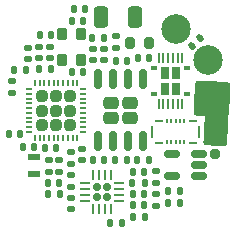
<source format=gbp>
G04 #@! TF.GenerationSoftware,KiCad,Pcbnew,(7.0.0-0)*
G04 #@! TF.CreationDate,2024-01-26T00:14:48+08:00*
G04 #@! TF.ProjectId,Revolute,5265766f-6c75-4746-952e-6b696361645f,rev?*
G04 #@! TF.SameCoordinates,Original*
G04 #@! TF.FileFunction,Paste,Bot*
G04 #@! TF.FilePolarity,Positive*
%FSLAX46Y46*%
G04 Gerber Fmt 4.6, Leading zero omitted, Abs format (unit mm)*
G04 Created by KiCad (PCBNEW (7.0.0-0)) date 2024-01-26 00:14:48*
%MOMM*%
%LPD*%
G01*
G04 APERTURE LIST*
G04 Aperture macros list*
%AMRoundRect*
0 Rectangle with rounded corners*
0 $1 Rounding radius*
0 $2 $3 $4 $5 $6 $7 $8 $9 X,Y pos of 4 corners*
0 Add a 4 corners polygon primitive as box body*
4,1,4,$2,$3,$4,$5,$6,$7,$8,$9,$2,$3,0*
0 Add four circle primitives for the rounded corners*
1,1,$1+$1,$2,$3*
1,1,$1+$1,$4,$5*
1,1,$1+$1,$6,$7*
1,1,$1+$1,$8,$9*
0 Add four rect primitives between the rounded corners*
20,1,$1+$1,$2,$3,$4,$5,0*
20,1,$1+$1,$4,$5,$6,$7,0*
20,1,$1+$1,$6,$7,$8,$9,0*
20,1,$1+$1,$8,$9,$2,$3,0*%
G04 Aperture macros list end*
%ADD10RoundRect,0.200000X0.200000X-0.200000X0.200000X0.200000X-0.200000X0.200000X-0.200000X-0.200000X0*%
%ADD11RoundRect,0.200000X0.730867X-1.340087X0.866940X1.256350X-0.730867X1.340087X-0.866940X-1.256350X0*%
%ADD12RoundRect,0.300000X1.135552X-1.261159X1.261159X1.135552X-1.135552X1.261159X-1.261159X-1.135552X0*%
%ADD13RoundRect,0.140000X0.021213X-0.219203X0.219203X-0.021213X-0.021213X0.219203X-0.219203X0.021213X0*%
%ADD14RoundRect,0.140000X0.140000X0.170000X-0.140000X0.170000X-0.140000X-0.170000X0.140000X-0.170000X0*%
%ADD15C,2.500000*%
%ADD16RoundRect,0.147500X-0.147500X-0.172500X0.147500X-0.172500X0.147500X0.172500X-0.147500X0.172500X0*%
%ADD17RoundRect,0.135000X-0.185000X0.135000X-0.185000X-0.135000X0.185000X-0.135000X0.185000X0.135000X0*%
%ADD18RoundRect,0.200000X-0.200000X-0.275000X0.200000X-0.275000X0.200000X0.275000X-0.200000X0.275000X0*%
%ADD19RoundRect,0.147500X-0.172500X0.147500X-0.172500X-0.147500X0.172500X-0.147500X0.172500X0.147500X0*%
%ADD20RoundRect,0.250000X-0.350000X-0.650000X0.350000X-0.650000X0.350000X0.650000X-0.350000X0.650000X0*%
%ADD21RoundRect,0.147500X0.172500X-0.147500X0.172500X0.147500X-0.172500X0.147500X-0.172500X-0.147500X0*%
%ADD22RoundRect,0.140000X-0.140000X-0.170000X0.140000X-0.170000X0.140000X0.170000X-0.140000X0.170000X0*%
%ADD23R,0.180000X0.325000*%
%ADD24R,0.750000X0.235000*%
%ADD25R,0.215000X1.040000*%
%ADD26RoundRect,0.140000X-0.170000X0.140000X-0.170000X-0.140000X0.170000X-0.140000X0.170000X0.140000X0*%
%ADD27RoundRect,0.160000X0.160000X-0.160000X0.160000X0.160000X-0.160000X0.160000X-0.160000X-0.160000X0*%
%ADD28RoundRect,0.062500X0.062500X-0.375000X0.062500X0.375000X-0.062500X0.375000X-0.062500X-0.375000X0*%
%ADD29RoundRect,0.062500X0.375000X-0.062500X0.375000X0.062500X-0.375000X0.062500X-0.375000X-0.062500X0*%
%ADD30RoundRect,0.150000X0.300000X-0.350000X0.300000X0.350000X-0.300000X0.350000X-0.300000X-0.350000X0*%
%ADD31R,1.100000X0.600000*%
%ADD32RoundRect,0.135000X0.135000X0.185000X-0.135000X0.185000X-0.135000X-0.185000X0.135000X-0.185000X0*%
%ADD33RoundRect,0.140000X0.170000X-0.140000X0.170000X0.140000X-0.170000X0.140000X-0.170000X-0.140000X0*%
%ADD34RoundRect,0.135000X-0.135000X-0.185000X0.135000X-0.185000X0.135000X0.185000X-0.135000X0.185000X0*%
%ADD35RoundRect,0.242500X0.242500X-0.242500X0.242500X0.242500X-0.242500X0.242500X-0.242500X-0.242500X0*%
%ADD36RoundRect,0.062500X0.062500X-0.212500X0.062500X0.212500X-0.062500X0.212500X-0.062500X-0.212500X0*%
%ADD37RoundRect,0.062500X0.212500X-0.062500X0.212500X0.062500X-0.212500X0.062500X-0.212500X-0.062500X0*%
%ADD38RoundRect,0.135000X0.185000X-0.135000X0.185000X0.135000X-0.185000X0.135000X-0.185000X-0.135000X0*%
%ADD39RoundRect,0.147500X0.147500X0.172500X-0.147500X0.172500X-0.147500X-0.172500X0.147500X-0.172500X0*%
%ADD40RoundRect,0.250000X-0.395000X0.255000X-0.395000X-0.255000X0.395000X-0.255000X0.395000X0.255000X0*%
%ADD41RoundRect,0.150000X-0.150000X0.662500X-0.150000X-0.662500X0.150000X-0.662500X0.150000X0.662500X0*%
%ADD42RoundRect,0.150000X0.512500X0.150000X-0.512500X0.150000X-0.512500X-0.150000X0.512500X-0.150000X0*%
%ADD43R,0.200000X0.200000*%
%ADD44O,0.200000X0.850000*%
%ADD45R,0.575000X0.400000*%
%ADD46R,0.775000X1.100000*%
G04 APERTURE END LIST*
D10*
X179050000Y-98675000D03*
D11*
X179121196Y-96534972D03*
D12*
X178755903Y-94012005D03*
D13*
X177071178Y-89553822D03*
X177750000Y-88875000D03*
D14*
X165574341Y-98181217D03*
X164614341Y-98181217D03*
X176055000Y-102825000D03*
X175095000Y-102825000D03*
D15*
X178450000Y-90750000D03*
D16*
X167065000Y-86450000D03*
X168035000Y-86450000D03*
D17*
X166880000Y-100510000D03*
X166880000Y-101530000D03*
D18*
X171825000Y-89300000D03*
X173475000Y-89300000D03*
D19*
X170650000Y-88715000D03*
X170650000Y-89685000D03*
D20*
X169375000Y-87075000D03*
X172275000Y-87075000D03*
D21*
X164150000Y-90576909D03*
X164150000Y-89606909D03*
D22*
X164870000Y-101120000D03*
X165830000Y-101120000D03*
D14*
X171580000Y-90800000D03*
X170620000Y-90800000D03*
D21*
X166830000Y-99540000D03*
X166830000Y-98570000D03*
D23*
X174999999Y-95937499D03*
X175349999Y-95937499D03*
X175699999Y-95937499D03*
X176049999Y-95937499D03*
X176399999Y-95937499D03*
X174999999Y-97712499D03*
X175349999Y-97712499D03*
X175699999Y-97712499D03*
X176049999Y-97712499D03*
X176399999Y-97712499D03*
D24*
X174264999Y-95892499D03*
D25*
X173684999Y-96824999D03*
D24*
X174264999Y-97757499D03*
X177134999Y-95892499D03*
D25*
X177714999Y-96824999D03*
D24*
X177134999Y-97757499D03*
D22*
X166920000Y-87450000D03*
X167880000Y-87450000D03*
D26*
X165100000Y-89620000D03*
X165100000Y-90580000D03*
X164940000Y-99240000D03*
X164940000Y-100200000D03*
D19*
X167780000Y-98270000D03*
X167780000Y-99240000D03*
D27*
X169080000Y-102320000D03*
X169880000Y-102320000D03*
X169080000Y-101520000D03*
X169880000Y-101520000D03*
D28*
X170230000Y-103357500D03*
X169730000Y-103357500D03*
X169230000Y-103357500D03*
X168730000Y-103357500D03*
D29*
X168042500Y-102670000D03*
X168042500Y-102170000D03*
X168042500Y-101670000D03*
X168042500Y-101170000D03*
D28*
X168730000Y-100482500D03*
X169230000Y-100482500D03*
X169730000Y-100482500D03*
X170230000Y-100482500D03*
D29*
X170917500Y-101170000D03*
X170917500Y-101670000D03*
X170917500Y-102170000D03*
X170917500Y-102670000D03*
D30*
X166100000Y-90720000D03*
X166100000Y-88520000D03*
X167700000Y-88520000D03*
X167700000Y-90720000D03*
D31*
X163752003Y-100380375D03*
X163752003Y-98980375D03*
D17*
X174011227Y-100156601D03*
X174011227Y-101176601D03*
D26*
X169650000Y-89820000D03*
X169650000Y-90780000D03*
D32*
X173490000Y-99190000D03*
X172470000Y-99190000D03*
D14*
X163698572Y-98148521D03*
X162738572Y-98148521D03*
D22*
X166900078Y-91799010D03*
X167860078Y-91799010D03*
D33*
X168700000Y-90780000D03*
X168700000Y-89820000D03*
D14*
X165159810Y-88628342D03*
X164199810Y-88628342D03*
D15*
X175750000Y-88100000D03*
D34*
X172085453Y-104031759D03*
X173105453Y-104031759D03*
D22*
X164920000Y-102120000D03*
X165880000Y-102120000D03*
X172070000Y-102070000D03*
X173030000Y-102070000D03*
D35*
X164380000Y-96220000D03*
X165580000Y-96220000D03*
X166780000Y-96220000D03*
X164380000Y-95020000D03*
X165580000Y-95020000D03*
X166780000Y-95020000D03*
X164380000Y-93820000D03*
X165580000Y-93820000D03*
X166780000Y-93820000D03*
D36*
X167380000Y-97320000D03*
X166980000Y-97320000D03*
X166580000Y-97320000D03*
X166180000Y-97320000D03*
X165780000Y-97320000D03*
X165380000Y-97320000D03*
X164980000Y-97320000D03*
X164580000Y-97320000D03*
X164180000Y-97320000D03*
X163780000Y-97320000D03*
D37*
X163280000Y-96820000D03*
X163280000Y-96420000D03*
X163280000Y-96020000D03*
X163280000Y-95620000D03*
X163280000Y-95220000D03*
X163280000Y-94820000D03*
X163280000Y-94420000D03*
X163280000Y-94020000D03*
X163280000Y-93620000D03*
X163280000Y-93220000D03*
D36*
X163780000Y-92720000D03*
X164180000Y-92720000D03*
X164580000Y-92720000D03*
X164980000Y-92720000D03*
X165380000Y-92720000D03*
X165780000Y-92720000D03*
X166180000Y-92720000D03*
X166580000Y-92720000D03*
X166980000Y-92720000D03*
X167380000Y-92720000D03*
D37*
X167880000Y-93220000D03*
X167880000Y-93620000D03*
X167880000Y-94020000D03*
X167880000Y-94420000D03*
X167880000Y-94820000D03*
X167880000Y-95220000D03*
X167880000Y-95620000D03*
X167880000Y-96020000D03*
X167880000Y-96420000D03*
X167880000Y-96820000D03*
D22*
X172070000Y-103020000D03*
X173030000Y-103020000D03*
D26*
X165864166Y-99240000D03*
X165864166Y-100200000D03*
D38*
X174001959Y-103078670D03*
X174001959Y-102058670D03*
D34*
X172050000Y-101140000D03*
X173070000Y-101140000D03*
D14*
X165130000Y-91500000D03*
X164170000Y-91500000D03*
D22*
X172500000Y-90575000D03*
X173460000Y-90575000D03*
D33*
X161870000Y-93510000D03*
X161870000Y-92550000D03*
D39*
X173055000Y-100190000D03*
X172085000Y-100190000D03*
D32*
X171570000Y-99180000D03*
X170550000Y-99180000D03*
D26*
X166830000Y-102440000D03*
X166830000Y-103400000D03*
D22*
X162050000Y-91620000D03*
X163010000Y-91620000D03*
D40*
X171800000Y-94370000D03*
X170200000Y-94370000D03*
X171800000Y-95630000D03*
X170200000Y-95630000D03*
D41*
X169095000Y-92362500D03*
X170365000Y-92362500D03*
X171635000Y-92362500D03*
X172905000Y-92362500D03*
X172905000Y-97637500D03*
X171635000Y-97637500D03*
X170365000Y-97637500D03*
X169095000Y-97637500D03*
D14*
X176052732Y-101800000D03*
X175092732Y-101800000D03*
D42*
X177712500Y-98675000D03*
X177712500Y-99625000D03*
X177712500Y-100575000D03*
X175437500Y-100575000D03*
X175437500Y-98675000D03*
D22*
X168700000Y-99170000D03*
X169660000Y-99170000D03*
D34*
X168640000Y-88900000D03*
X169660000Y-88900000D03*
D43*
X176274999Y-94824999D03*
D44*
X176274999Y-94499999D03*
D43*
X175874999Y-94824999D03*
D44*
X175874999Y-94499999D03*
D43*
X175474999Y-94824999D03*
D44*
X175474999Y-94499999D03*
D43*
X175074999Y-94824999D03*
D44*
X175074999Y-94499999D03*
D43*
X174674999Y-94824999D03*
D44*
X174674999Y-94499999D03*
D43*
X174274999Y-94824999D03*
D44*
X174274999Y-94499999D03*
X174274999Y-90549999D03*
D43*
X174274999Y-90224999D03*
D44*
X174674999Y-90549999D03*
D43*
X174674999Y-90224999D03*
D44*
X175074999Y-90549999D03*
D43*
X175074999Y-90224999D03*
D44*
X175474999Y-90549999D03*
D43*
X175474999Y-90224999D03*
D44*
X175874999Y-90549999D03*
D43*
X175874999Y-90224999D03*
D44*
X176274999Y-90549999D03*
D43*
X176274999Y-90224999D03*
D45*
X173909999Y-93624999D03*
X176639999Y-93624999D03*
D46*
X174787499Y-93174999D03*
X175762499Y-93174999D03*
X174787499Y-91874999D03*
X175762499Y-91874999D03*
D45*
X173909999Y-91424999D03*
X176639999Y-91424999D03*
D26*
X163180000Y-89690000D03*
X163180000Y-90650000D03*
D22*
X161588577Y-96975111D03*
X162548577Y-96975111D03*
D34*
X170146193Y-104516761D03*
X171166193Y-104516761D03*
M02*

</source>
